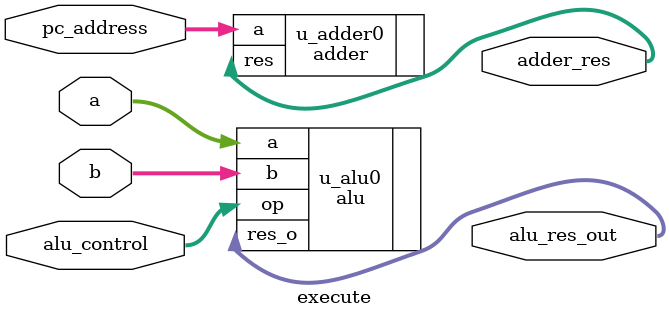
<source format=v>

module execute (
     input wire [31:0] a,
     input wire [31:0] b,
     input wire  [3:0] alu_control,
     input wire [31:0] pc_address,
     
     output wire [31:0] alu_res_out,
     output wire [31:0] adder_res
     );
     
     alu u_alu0(
        .a(a),
        .b(b),
        .op(alu_control),
        .res_o(alu_res_out)
     );
     adder u_adder0(
        .a(pc_address),
        .res(adder_res)
     );
    
endmodule
</source>
